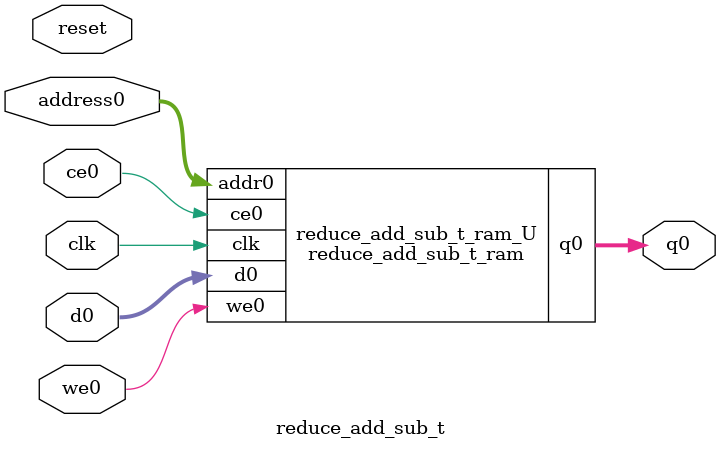
<source format=v>

`timescale 1 ns / 1 ps
module reduce_add_sub_t_ram (addr0, ce0, d0, we0, q0,  clk);

parameter DWIDTH = 8;
parameter AWIDTH = 5;
parameter MEM_SIZE = 32;

input[AWIDTH-1:0] addr0;
input ce0;
input[DWIDTH-1:0] d0;
input we0;
output reg[DWIDTH-1:0] q0;
input clk;

(* ram_style = "distributed" *)reg [DWIDTH-1:0] ram[0:MEM_SIZE-1];




always @(posedge clk)  
begin 
    if (ce0) 
    begin
        if (we0) 
        begin 
            ram[addr0] <= d0; 
            q0 <= d0;
        end 
        else 
            q0 <= ram[addr0];
    end
end


endmodule


`timescale 1 ns / 1 ps
module reduce_add_sub_t(
    reset,
    clk,
    address0,
    ce0,
    we0,
    d0,
    q0);

parameter DataWidth = 32'd8;
parameter AddressRange = 32'd32;
parameter AddressWidth = 32'd5;
input reset;
input clk;
input[AddressWidth - 1:0] address0;
input ce0;
input we0;
input[DataWidth - 1:0] d0;
output[DataWidth - 1:0] q0;



reduce_add_sub_t_ram reduce_add_sub_t_ram_U(
    .clk( clk ),
    .addr0( address0 ),
    .ce0( ce0 ),
    .d0( d0 ),
    .we0( we0 ),
    .q0( q0 ));

endmodule


</source>
